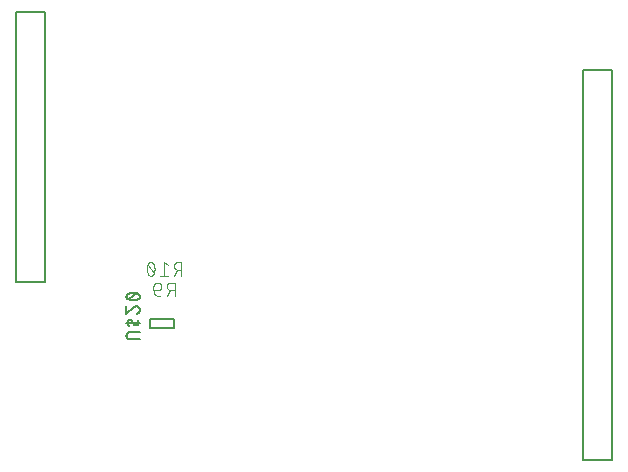
<source format=gbr>
G04 EAGLE Gerber RS-274X export*
G75*
%MOMM*%
%FSLAX34Y34*%
%LPD*%
%INSilkscreen Bottom*%
%IPPOS*%
%AMOC8*
5,1,8,0,0,1.08239X$1,22.5*%
G01*
%ADD10C,0.127000*%
%ADD11C,0.101600*%


D10*
X281623Y377058D02*
X301623Y377058D01*
X301623Y384058D01*
X281623Y384058D01*
X281623Y377058D01*
X272700Y367088D02*
X264445Y367088D01*
X264334Y367090D01*
X264224Y367096D01*
X264113Y367105D01*
X264003Y367119D01*
X263894Y367136D01*
X263785Y367157D01*
X263677Y367182D01*
X263570Y367211D01*
X263464Y367243D01*
X263359Y367279D01*
X263256Y367319D01*
X263154Y367362D01*
X263053Y367409D01*
X262954Y367460D01*
X262858Y367513D01*
X262763Y367570D01*
X262670Y367631D01*
X262579Y367694D01*
X262490Y367761D01*
X262404Y367831D01*
X262321Y367904D01*
X262239Y367979D01*
X262161Y368057D01*
X262086Y368139D01*
X262013Y368222D01*
X261943Y368308D01*
X261876Y368397D01*
X261813Y368488D01*
X261752Y368581D01*
X261695Y368676D01*
X261642Y368772D01*
X261591Y368871D01*
X261544Y368972D01*
X261501Y369074D01*
X261461Y369177D01*
X261425Y369282D01*
X261393Y369388D01*
X261364Y369495D01*
X261339Y369603D01*
X261318Y369712D01*
X261301Y369821D01*
X261287Y369931D01*
X261278Y370042D01*
X261272Y370152D01*
X261270Y370263D01*
X261272Y370374D01*
X261278Y370484D01*
X261287Y370595D01*
X261301Y370705D01*
X261318Y370814D01*
X261339Y370923D01*
X261364Y371031D01*
X261393Y371138D01*
X261425Y371244D01*
X261461Y371349D01*
X261501Y371452D01*
X261544Y371554D01*
X261591Y371655D01*
X261642Y371754D01*
X261695Y371851D01*
X261752Y371945D01*
X261813Y372038D01*
X261876Y372129D01*
X261943Y372218D01*
X262013Y372304D01*
X262086Y372387D01*
X262161Y372469D01*
X262239Y372547D01*
X262321Y372622D01*
X262404Y372695D01*
X262490Y372765D01*
X262579Y372832D01*
X262670Y372895D01*
X262763Y372956D01*
X262858Y373013D01*
X262954Y373066D01*
X263053Y373117D01*
X263154Y373164D01*
X263256Y373207D01*
X263359Y373247D01*
X263464Y373283D01*
X263570Y373315D01*
X263677Y373344D01*
X263785Y373369D01*
X263894Y373390D01*
X264003Y373407D01*
X264113Y373421D01*
X264224Y373430D01*
X264334Y373436D01*
X264445Y373438D01*
X272700Y373438D01*
X272700Y381312D02*
X261270Y381312D01*
X266985Y381312D02*
X267938Y379725D01*
X267937Y379725D02*
X267984Y379652D01*
X268033Y379581D01*
X268086Y379512D01*
X268142Y379446D01*
X268201Y379382D01*
X268262Y379321D01*
X268326Y379263D01*
X268393Y379208D01*
X268463Y379156D01*
X268534Y379108D01*
X268608Y379062D01*
X268684Y379020D01*
X268762Y378982D01*
X268841Y378947D01*
X268922Y378916D01*
X269004Y378889D01*
X269087Y378865D01*
X269172Y378845D01*
X269257Y378829D01*
X269343Y378817D01*
X269429Y378809D01*
X269515Y378805D01*
X269602Y378804D01*
X269689Y378808D01*
X269775Y378816D01*
X269861Y378827D01*
X269946Y378843D01*
X270030Y378862D01*
X270114Y378885D01*
X270196Y378912D01*
X270277Y378943D01*
X270357Y378978D01*
X270434Y379015D01*
X270510Y379057D01*
X270585Y379102D01*
X270656Y379150D01*
X270726Y379202D01*
X270793Y379256D01*
X270858Y379314D01*
X270920Y379374D01*
X270979Y379438D01*
X271035Y379504D01*
X271089Y379572D01*
X271138Y379643D01*
X271185Y379716D01*
X271228Y379791D01*
X271268Y379868D01*
X271304Y379946D01*
X271337Y380027D01*
X271366Y380108D01*
X271391Y380191D01*
X271413Y380275D01*
X271430Y380360D01*
X271453Y380497D01*
X271473Y380636D01*
X271488Y380774D01*
X271500Y380913D01*
X271508Y381053D01*
X271511Y381192D01*
X271512Y381332D01*
X271508Y381471D01*
X271500Y381610D01*
X271489Y381749D01*
X271473Y381888D01*
X271454Y382026D01*
X271431Y382164D01*
X271404Y382301D01*
X271373Y382437D01*
X271339Y382572D01*
X271301Y382706D01*
X271259Y382840D01*
X271213Y382971D01*
X271164Y383102D01*
X271111Y383231D01*
X271055Y383359D01*
X270995Y383485D01*
X270932Y383609D01*
X270865Y383732D01*
X270795Y383852D01*
X266985Y381312D02*
X266033Y382900D01*
X265986Y382973D01*
X265937Y383044D01*
X265884Y383113D01*
X265828Y383179D01*
X265769Y383243D01*
X265708Y383304D01*
X265644Y383362D01*
X265577Y383417D01*
X265507Y383469D01*
X265436Y383517D01*
X265362Y383563D01*
X265286Y383605D01*
X265208Y383643D01*
X265129Y383678D01*
X265048Y383709D01*
X264966Y383736D01*
X264883Y383760D01*
X264798Y383780D01*
X264713Y383796D01*
X264627Y383808D01*
X264541Y383816D01*
X264455Y383820D01*
X264368Y383821D01*
X264281Y383817D01*
X264195Y383809D01*
X264109Y383798D01*
X264024Y383782D01*
X263940Y383763D01*
X263856Y383740D01*
X263774Y383713D01*
X263693Y383682D01*
X263613Y383647D01*
X263536Y383610D01*
X263460Y383568D01*
X263385Y383523D01*
X263314Y383475D01*
X263244Y383423D01*
X263177Y383369D01*
X263112Y383311D01*
X263050Y383251D01*
X262991Y383187D01*
X262935Y383121D01*
X262881Y383053D01*
X262832Y382982D01*
X262785Y382909D01*
X262742Y382834D01*
X262702Y382757D01*
X262666Y382679D01*
X262633Y382598D01*
X262604Y382517D01*
X262579Y382434D01*
X262557Y382350D01*
X262540Y382265D01*
X262540Y382264D02*
X262517Y382127D01*
X262497Y381988D01*
X262482Y381850D01*
X262470Y381711D01*
X262462Y381571D01*
X262459Y381432D01*
X262458Y381292D01*
X262462Y381153D01*
X262470Y381014D01*
X262481Y380875D01*
X262497Y380736D01*
X262516Y380598D01*
X262539Y380460D01*
X262566Y380323D01*
X262597Y380187D01*
X262631Y380052D01*
X262669Y379918D01*
X262711Y379784D01*
X262757Y379653D01*
X262806Y379522D01*
X262859Y379393D01*
X262915Y379265D01*
X262975Y379139D01*
X263038Y379015D01*
X263105Y378892D01*
X263175Y378772D01*
X272701Y392298D02*
X272699Y392402D01*
X272693Y392507D01*
X272684Y392611D01*
X272671Y392714D01*
X272653Y392817D01*
X272633Y392919D01*
X272608Y393021D01*
X272580Y393121D01*
X272548Y393221D01*
X272512Y393319D01*
X272473Y393416D01*
X272431Y393511D01*
X272385Y393605D01*
X272335Y393697D01*
X272283Y393787D01*
X272227Y393875D01*
X272167Y393961D01*
X272105Y394045D01*
X272040Y394126D01*
X271972Y394205D01*
X271900Y394282D01*
X271827Y394355D01*
X271750Y394427D01*
X271671Y394495D01*
X271590Y394560D01*
X271506Y394622D01*
X271420Y394682D01*
X271332Y394738D01*
X271242Y394790D01*
X271150Y394840D01*
X271056Y394886D01*
X270961Y394928D01*
X270864Y394967D01*
X270766Y395003D01*
X270666Y395035D01*
X270566Y395063D01*
X270464Y395088D01*
X270362Y395108D01*
X270259Y395126D01*
X270156Y395139D01*
X270052Y395148D01*
X269947Y395154D01*
X269843Y395156D01*
X272700Y392298D02*
X272698Y392180D01*
X272692Y392061D01*
X272683Y391943D01*
X272670Y391826D01*
X272652Y391709D01*
X272632Y391592D01*
X272607Y391476D01*
X272579Y391361D01*
X272546Y391248D01*
X272511Y391135D01*
X272471Y391023D01*
X272429Y390913D01*
X272382Y390804D01*
X272332Y390696D01*
X272279Y390591D01*
X272222Y390487D01*
X272162Y390385D01*
X272099Y390285D01*
X272032Y390187D01*
X271963Y390091D01*
X271890Y389998D01*
X271814Y389907D01*
X271736Y389818D01*
X271654Y389732D01*
X271570Y389649D01*
X271484Y389568D01*
X271394Y389491D01*
X271303Y389416D01*
X271209Y389344D01*
X271112Y389275D01*
X271014Y389210D01*
X270913Y389147D01*
X270810Y389088D01*
X270706Y389032D01*
X270600Y388980D01*
X270492Y388931D01*
X270383Y388886D01*
X270272Y388844D01*
X270160Y388806D01*
X267621Y394203D02*
X267696Y394279D01*
X267775Y394354D01*
X267856Y394425D01*
X267940Y394494D01*
X268026Y394559D01*
X268114Y394621D01*
X268204Y394681D01*
X268296Y394737D01*
X268391Y394790D01*
X268487Y394839D01*
X268585Y394885D01*
X268684Y394928D01*
X268785Y394967D01*
X268887Y395002D01*
X268990Y395034D01*
X269094Y395062D01*
X269199Y395087D01*
X269306Y395108D01*
X269412Y395125D01*
X269519Y395138D01*
X269627Y395147D01*
X269735Y395153D01*
X269843Y395155D01*
X267620Y394203D02*
X261270Y388805D01*
X261270Y395155D01*
X266985Y400235D02*
X267210Y400238D01*
X267435Y400246D01*
X267659Y400259D01*
X267883Y400278D01*
X268107Y400302D01*
X268330Y400331D01*
X268552Y400366D01*
X268773Y400406D01*
X268993Y400452D01*
X269212Y400502D01*
X269430Y400558D01*
X269647Y400619D01*
X269862Y400685D01*
X270075Y400756D01*
X270286Y400833D01*
X270496Y400914D01*
X270704Y401000D01*
X270909Y401091D01*
X271112Y401187D01*
X271113Y401187D02*
X271201Y401219D01*
X271288Y401255D01*
X271374Y401294D01*
X271458Y401337D01*
X271540Y401383D01*
X271620Y401432D01*
X271698Y401484D01*
X271774Y401540D01*
X271848Y401598D01*
X271919Y401660D01*
X271988Y401724D01*
X272054Y401791D01*
X272117Y401860D01*
X272178Y401932D01*
X272236Y402006D01*
X272290Y402083D01*
X272342Y402161D01*
X272390Y402242D01*
X272435Y402324D01*
X272477Y402409D01*
X272515Y402495D01*
X272550Y402582D01*
X272582Y402670D01*
X272609Y402760D01*
X272634Y402851D01*
X272654Y402943D01*
X272671Y403035D01*
X272684Y403129D01*
X272693Y403222D01*
X272699Y403316D01*
X272701Y403410D01*
X272699Y403504D01*
X272693Y403598D01*
X272684Y403691D01*
X272671Y403785D01*
X272654Y403877D01*
X272634Y403969D01*
X272609Y404060D01*
X272582Y404150D01*
X272550Y404238D01*
X272515Y404325D01*
X272477Y404411D01*
X272435Y404496D01*
X272390Y404578D01*
X272342Y404659D01*
X272290Y404737D01*
X272236Y404814D01*
X272178Y404888D01*
X272117Y404960D01*
X272054Y405029D01*
X271988Y405096D01*
X271919Y405160D01*
X271848Y405222D01*
X271774Y405280D01*
X271698Y405336D01*
X271620Y405388D01*
X271540Y405437D01*
X271458Y405483D01*
X271374Y405526D01*
X271288Y405565D01*
X271201Y405601D01*
X271113Y405633D01*
X271112Y405633D02*
X270909Y405729D01*
X270704Y405820D01*
X270496Y405906D01*
X270286Y405987D01*
X270075Y406064D01*
X269862Y406135D01*
X269647Y406201D01*
X269430Y406262D01*
X269212Y406318D01*
X268993Y406368D01*
X268773Y406414D01*
X268552Y406454D01*
X268330Y406489D01*
X268107Y406518D01*
X267883Y406542D01*
X267659Y406561D01*
X267435Y406574D01*
X267210Y406582D01*
X266985Y406585D01*
X266985Y400235D02*
X266760Y400238D01*
X266535Y400246D01*
X266311Y400259D01*
X266087Y400278D01*
X265863Y400302D01*
X265640Y400331D01*
X265418Y400366D01*
X265197Y400406D01*
X264977Y400452D01*
X264758Y400502D01*
X264540Y400558D01*
X264323Y400619D01*
X264108Y400685D01*
X263895Y400756D01*
X263684Y400833D01*
X263474Y400914D01*
X263266Y401000D01*
X263061Y401091D01*
X262858Y401187D01*
X262770Y401219D01*
X262683Y401255D01*
X262597Y401294D01*
X262513Y401337D01*
X262431Y401383D01*
X262351Y401432D01*
X262273Y401484D01*
X262197Y401540D01*
X262123Y401598D01*
X262052Y401660D01*
X261983Y401724D01*
X261917Y401791D01*
X261854Y401860D01*
X261793Y401932D01*
X261735Y402006D01*
X261681Y402083D01*
X261629Y402161D01*
X261581Y402242D01*
X261536Y402324D01*
X261494Y402409D01*
X261456Y402495D01*
X261421Y402582D01*
X261389Y402670D01*
X261362Y402760D01*
X261337Y402851D01*
X261317Y402943D01*
X261300Y403035D01*
X261287Y403129D01*
X261278Y403222D01*
X261272Y403316D01*
X261270Y403410D01*
X262858Y405633D02*
X263061Y405729D01*
X263266Y405820D01*
X263474Y405906D01*
X263684Y405987D01*
X263895Y406064D01*
X264108Y406135D01*
X264323Y406201D01*
X264540Y406262D01*
X264758Y406318D01*
X264977Y406368D01*
X265197Y406414D01*
X265418Y406454D01*
X265640Y406489D01*
X265863Y406518D01*
X266087Y406542D01*
X266311Y406561D01*
X266535Y406574D01*
X266760Y406582D01*
X266985Y406585D01*
X262858Y405633D02*
X262770Y405601D01*
X262683Y405565D01*
X262597Y405526D01*
X262513Y405483D01*
X262431Y405437D01*
X262351Y405388D01*
X262273Y405336D01*
X262197Y405280D01*
X262123Y405222D01*
X262052Y405160D01*
X261983Y405096D01*
X261917Y405029D01*
X261854Y404960D01*
X261793Y404888D01*
X261735Y404814D01*
X261681Y404737D01*
X261629Y404659D01*
X261581Y404578D01*
X261536Y404496D01*
X261494Y404411D01*
X261456Y404325D01*
X261421Y404238D01*
X261389Y404150D01*
X261362Y404060D01*
X261337Y403969D01*
X261317Y403877D01*
X261300Y403785D01*
X261287Y403691D01*
X261278Y403598D01*
X261272Y403504D01*
X261270Y403410D01*
X263810Y400870D02*
X270160Y405950D01*
D11*
X302005Y403458D02*
X302005Y415142D01*
X298760Y415142D01*
X298647Y415140D01*
X298534Y415134D01*
X298421Y415124D01*
X298308Y415110D01*
X298196Y415093D01*
X298085Y415071D01*
X297975Y415046D01*
X297865Y415016D01*
X297757Y414983D01*
X297650Y414946D01*
X297544Y414906D01*
X297440Y414861D01*
X297337Y414813D01*
X297236Y414762D01*
X297137Y414707D01*
X297040Y414649D01*
X296945Y414587D01*
X296852Y414522D01*
X296762Y414454D01*
X296674Y414383D01*
X296588Y414308D01*
X296505Y414231D01*
X296425Y414151D01*
X296348Y414068D01*
X296273Y413982D01*
X296202Y413894D01*
X296134Y413804D01*
X296069Y413711D01*
X296007Y413616D01*
X295949Y413519D01*
X295894Y413420D01*
X295843Y413319D01*
X295795Y413216D01*
X295750Y413112D01*
X295710Y413006D01*
X295673Y412899D01*
X295640Y412791D01*
X295610Y412681D01*
X295585Y412571D01*
X295563Y412460D01*
X295546Y412348D01*
X295532Y412235D01*
X295522Y412122D01*
X295516Y412009D01*
X295514Y411896D01*
X295516Y411783D01*
X295522Y411670D01*
X295532Y411557D01*
X295546Y411444D01*
X295563Y411332D01*
X295585Y411221D01*
X295610Y411111D01*
X295640Y411001D01*
X295673Y410893D01*
X295710Y410786D01*
X295750Y410680D01*
X295795Y410576D01*
X295843Y410473D01*
X295894Y410372D01*
X295949Y410273D01*
X296007Y410176D01*
X296069Y410081D01*
X296134Y409988D01*
X296202Y409898D01*
X296273Y409810D01*
X296348Y409724D01*
X296425Y409641D01*
X296505Y409561D01*
X296588Y409484D01*
X296674Y409409D01*
X296762Y409338D01*
X296852Y409270D01*
X296945Y409205D01*
X297040Y409143D01*
X297137Y409085D01*
X297236Y409030D01*
X297337Y408979D01*
X297440Y408931D01*
X297544Y408886D01*
X297650Y408846D01*
X297757Y408809D01*
X297865Y408776D01*
X297975Y408746D01*
X298085Y408721D01*
X298196Y408699D01*
X298308Y408682D01*
X298421Y408668D01*
X298534Y408658D01*
X298647Y408652D01*
X298760Y408650D01*
X298760Y408651D02*
X302005Y408651D01*
X298111Y408651D02*
X295514Y403458D01*
X288053Y408651D02*
X284158Y408651D01*
X288053Y408651D02*
X288152Y408653D01*
X288252Y408659D01*
X288351Y408668D01*
X288449Y408681D01*
X288547Y408698D01*
X288645Y408719D01*
X288741Y408744D01*
X288836Y408772D01*
X288930Y408804D01*
X289023Y408839D01*
X289115Y408878D01*
X289205Y408921D01*
X289293Y408966D01*
X289380Y409016D01*
X289464Y409068D01*
X289547Y409124D01*
X289627Y409182D01*
X289705Y409244D01*
X289780Y409309D01*
X289853Y409377D01*
X289923Y409447D01*
X289991Y409520D01*
X290056Y409595D01*
X290118Y409673D01*
X290176Y409753D01*
X290232Y409836D01*
X290284Y409920D01*
X290334Y410007D01*
X290379Y410095D01*
X290422Y410185D01*
X290461Y410277D01*
X290496Y410370D01*
X290528Y410464D01*
X290556Y410559D01*
X290581Y410655D01*
X290602Y410753D01*
X290619Y410851D01*
X290632Y410949D01*
X290641Y411048D01*
X290647Y411148D01*
X290649Y411247D01*
X290649Y411896D01*
X290650Y411896D02*
X290648Y412009D01*
X290642Y412122D01*
X290632Y412235D01*
X290618Y412348D01*
X290601Y412460D01*
X290579Y412571D01*
X290554Y412681D01*
X290524Y412791D01*
X290491Y412899D01*
X290454Y413006D01*
X290414Y413112D01*
X290369Y413216D01*
X290321Y413319D01*
X290270Y413420D01*
X290215Y413519D01*
X290157Y413616D01*
X290095Y413711D01*
X290030Y413804D01*
X289962Y413894D01*
X289891Y413982D01*
X289816Y414068D01*
X289739Y414151D01*
X289659Y414231D01*
X289576Y414308D01*
X289490Y414383D01*
X289402Y414454D01*
X289312Y414522D01*
X289219Y414587D01*
X289124Y414649D01*
X289027Y414707D01*
X288928Y414762D01*
X288827Y414813D01*
X288724Y414861D01*
X288620Y414906D01*
X288514Y414946D01*
X288407Y414983D01*
X288299Y415016D01*
X288189Y415046D01*
X288079Y415071D01*
X287968Y415093D01*
X287856Y415110D01*
X287743Y415124D01*
X287630Y415134D01*
X287517Y415140D01*
X287404Y415142D01*
X287291Y415140D01*
X287178Y415134D01*
X287065Y415124D01*
X286952Y415110D01*
X286840Y415093D01*
X286729Y415071D01*
X286619Y415046D01*
X286509Y415016D01*
X286401Y414983D01*
X286294Y414946D01*
X286188Y414906D01*
X286084Y414861D01*
X285981Y414813D01*
X285880Y414762D01*
X285781Y414707D01*
X285684Y414649D01*
X285589Y414587D01*
X285496Y414522D01*
X285406Y414454D01*
X285318Y414383D01*
X285232Y414308D01*
X285149Y414231D01*
X285069Y414151D01*
X284992Y414068D01*
X284917Y413982D01*
X284846Y413894D01*
X284778Y413804D01*
X284713Y413711D01*
X284651Y413616D01*
X284593Y413519D01*
X284538Y413420D01*
X284487Y413319D01*
X284439Y413216D01*
X284394Y413112D01*
X284354Y413006D01*
X284317Y412899D01*
X284284Y412791D01*
X284254Y412681D01*
X284229Y412571D01*
X284207Y412460D01*
X284190Y412348D01*
X284176Y412235D01*
X284166Y412122D01*
X284160Y412009D01*
X284158Y411896D01*
X284158Y408651D01*
X284160Y408508D01*
X284166Y408365D01*
X284176Y408222D01*
X284190Y408080D01*
X284207Y407938D01*
X284229Y407796D01*
X284254Y407655D01*
X284284Y407515D01*
X284317Y407376D01*
X284354Y407238D01*
X284395Y407101D01*
X284439Y406965D01*
X284488Y406830D01*
X284540Y406697D01*
X284595Y406565D01*
X284655Y406435D01*
X284718Y406306D01*
X284784Y406179D01*
X284854Y406055D01*
X284927Y405932D01*
X285004Y405811D01*
X285084Y405692D01*
X285167Y405576D01*
X285253Y405461D01*
X285342Y405350D01*
X285435Y405240D01*
X285530Y405134D01*
X285629Y405030D01*
X285730Y404929D01*
X285834Y404830D01*
X285940Y404735D01*
X286050Y404642D01*
X286161Y404553D01*
X286276Y404467D01*
X286392Y404384D01*
X286511Y404304D01*
X286632Y404227D01*
X286754Y404154D01*
X286879Y404084D01*
X287006Y404018D01*
X287135Y403955D01*
X287265Y403895D01*
X287397Y403840D01*
X287530Y403788D01*
X287665Y403739D01*
X287801Y403695D01*
X287938Y403654D01*
X288076Y403617D01*
X288215Y403584D01*
X288355Y403554D01*
X288496Y403529D01*
X288638Y403507D01*
X288780Y403490D01*
X288922Y403476D01*
X289065Y403466D01*
X289208Y403460D01*
X289351Y403458D01*
X307842Y420858D02*
X307842Y432542D01*
X304596Y432542D01*
X304483Y432540D01*
X304370Y432534D01*
X304257Y432524D01*
X304144Y432510D01*
X304032Y432493D01*
X303921Y432471D01*
X303811Y432446D01*
X303701Y432416D01*
X303593Y432383D01*
X303486Y432346D01*
X303380Y432306D01*
X303276Y432261D01*
X303173Y432213D01*
X303072Y432162D01*
X302973Y432107D01*
X302876Y432049D01*
X302781Y431987D01*
X302688Y431922D01*
X302598Y431854D01*
X302510Y431783D01*
X302424Y431708D01*
X302341Y431631D01*
X302261Y431551D01*
X302184Y431468D01*
X302109Y431382D01*
X302038Y431294D01*
X301970Y431204D01*
X301905Y431111D01*
X301843Y431016D01*
X301785Y430919D01*
X301730Y430820D01*
X301679Y430719D01*
X301631Y430616D01*
X301586Y430512D01*
X301546Y430406D01*
X301509Y430299D01*
X301476Y430191D01*
X301446Y430081D01*
X301421Y429971D01*
X301399Y429860D01*
X301382Y429748D01*
X301368Y429635D01*
X301358Y429522D01*
X301352Y429409D01*
X301350Y429296D01*
X301352Y429183D01*
X301358Y429070D01*
X301368Y428957D01*
X301382Y428844D01*
X301399Y428732D01*
X301421Y428621D01*
X301446Y428511D01*
X301476Y428401D01*
X301509Y428293D01*
X301546Y428186D01*
X301586Y428080D01*
X301631Y427976D01*
X301679Y427873D01*
X301730Y427772D01*
X301785Y427673D01*
X301843Y427576D01*
X301905Y427481D01*
X301970Y427388D01*
X302038Y427298D01*
X302109Y427210D01*
X302184Y427124D01*
X302261Y427041D01*
X302341Y426961D01*
X302424Y426884D01*
X302510Y426809D01*
X302598Y426738D01*
X302688Y426670D01*
X302781Y426605D01*
X302876Y426543D01*
X302973Y426485D01*
X303072Y426430D01*
X303173Y426379D01*
X303276Y426331D01*
X303380Y426286D01*
X303486Y426246D01*
X303593Y426209D01*
X303701Y426176D01*
X303811Y426146D01*
X303921Y426121D01*
X304032Y426099D01*
X304144Y426082D01*
X304257Y426068D01*
X304370Y426058D01*
X304483Y426052D01*
X304596Y426050D01*
X304596Y426051D02*
X307842Y426051D01*
X303947Y426051D02*
X301351Y420858D01*
X296486Y429946D02*
X293240Y432542D01*
X293240Y420858D01*
X289995Y420858D02*
X296486Y420858D01*
X285056Y426700D02*
X285053Y426930D01*
X285045Y427160D01*
X285031Y427389D01*
X285012Y427618D01*
X284987Y427847D01*
X284957Y428075D01*
X284922Y428302D01*
X284881Y428528D01*
X284835Y428753D01*
X284783Y428977D01*
X284726Y429200D01*
X284664Y429421D01*
X284596Y429641D01*
X284523Y429859D01*
X284445Y430075D01*
X284362Y430289D01*
X284274Y430502D01*
X284181Y430712D01*
X284082Y430919D01*
X284049Y431009D01*
X284013Y431098D01*
X283973Y431186D01*
X283929Y431271D01*
X283882Y431355D01*
X283832Y431437D01*
X283778Y431517D01*
X283722Y431594D01*
X283662Y431670D01*
X283599Y431743D01*
X283534Y431813D01*
X283465Y431881D01*
X283394Y431945D01*
X283321Y432007D01*
X283245Y432066D01*
X283167Y432122D01*
X283086Y432175D01*
X283004Y432224D01*
X282920Y432270D01*
X282833Y432313D01*
X282746Y432352D01*
X282656Y432388D01*
X282566Y432420D01*
X282474Y432448D01*
X282381Y432473D01*
X282287Y432494D01*
X282193Y432511D01*
X282098Y432525D01*
X282002Y432534D01*
X281906Y432540D01*
X281810Y432542D01*
X281714Y432540D01*
X281618Y432534D01*
X281522Y432525D01*
X281427Y432511D01*
X281333Y432494D01*
X281239Y432473D01*
X281146Y432448D01*
X281054Y432420D01*
X280964Y432388D01*
X280874Y432352D01*
X280787Y432313D01*
X280700Y432270D01*
X280616Y432224D01*
X280534Y432175D01*
X280453Y432122D01*
X280375Y432066D01*
X280299Y432007D01*
X280226Y431945D01*
X280155Y431881D01*
X280086Y431813D01*
X280021Y431743D01*
X279958Y431670D01*
X279898Y431595D01*
X279842Y431517D01*
X279788Y431437D01*
X279738Y431355D01*
X279691Y431271D01*
X279648Y431186D01*
X279607Y431098D01*
X279571Y431009D01*
X279538Y430919D01*
X279539Y430919D02*
X279440Y430711D01*
X279347Y430501D01*
X279259Y430289D01*
X279176Y430075D01*
X279098Y429858D01*
X279025Y429640D01*
X278957Y429421D01*
X278895Y429199D01*
X278838Y428977D01*
X278786Y428753D01*
X278740Y428528D01*
X278699Y428302D01*
X278664Y428074D01*
X278634Y427847D01*
X278609Y427618D01*
X278590Y427389D01*
X278576Y427160D01*
X278568Y426930D01*
X278565Y426700D01*
X285056Y426700D02*
X285053Y426470D01*
X285045Y426240D01*
X285031Y426011D01*
X285012Y425782D01*
X284987Y425553D01*
X284957Y425325D01*
X284922Y425098D01*
X284881Y424872D01*
X284835Y424647D01*
X284783Y424423D01*
X284726Y424200D01*
X284664Y423979D01*
X284596Y423759D01*
X284523Y423541D01*
X284445Y423325D01*
X284362Y423111D01*
X284274Y422899D01*
X284181Y422688D01*
X284082Y422481D01*
X284049Y422391D01*
X284013Y422302D01*
X283972Y422214D01*
X283929Y422129D01*
X283882Y422045D01*
X283832Y421963D01*
X283778Y421883D01*
X283722Y421806D01*
X283662Y421730D01*
X283599Y421657D01*
X283534Y421587D01*
X283465Y421519D01*
X283394Y421455D01*
X283321Y421393D01*
X283245Y421334D01*
X283167Y421278D01*
X283086Y421225D01*
X283004Y421176D01*
X282920Y421130D01*
X282833Y421087D01*
X282746Y421048D01*
X282656Y421012D01*
X282566Y420980D01*
X282474Y420952D01*
X282381Y420927D01*
X282287Y420906D01*
X282193Y420889D01*
X282098Y420875D01*
X282002Y420866D01*
X281906Y420860D01*
X281810Y420858D01*
X279538Y422481D02*
X279439Y422688D01*
X279346Y422899D01*
X279258Y423111D01*
X279175Y423325D01*
X279097Y423541D01*
X279024Y423759D01*
X278956Y423979D01*
X278894Y424200D01*
X278837Y424423D01*
X278785Y424647D01*
X278739Y424872D01*
X278698Y425098D01*
X278663Y425325D01*
X278633Y425553D01*
X278608Y425782D01*
X278589Y426011D01*
X278575Y426240D01*
X278567Y426470D01*
X278564Y426700D01*
X279538Y422481D02*
X279571Y422391D01*
X279607Y422302D01*
X279648Y422214D01*
X279691Y422129D01*
X279738Y422045D01*
X279788Y421963D01*
X279842Y421883D01*
X279898Y421805D01*
X279958Y421730D01*
X280021Y421657D01*
X280086Y421587D01*
X280155Y421519D01*
X280226Y421455D01*
X280299Y421393D01*
X280375Y421334D01*
X280453Y421278D01*
X280534Y421225D01*
X280616Y421176D01*
X280700Y421130D01*
X280787Y421087D01*
X280874Y421048D01*
X280964Y421012D01*
X281054Y420980D01*
X281146Y420952D01*
X281239Y420927D01*
X281333Y420906D01*
X281427Y420889D01*
X281522Y420875D01*
X281618Y420866D01*
X281714Y420860D01*
X281810Y420858D01*
X284407Y423454D02*
X279214Y429946D01*
D10*
X647500Y264900D02*
X672500Y264900D01*
X672500Y595100D02*
X647500Y595100D01*
X647500Y264900D01*
X672500Y264900D02*
X672500Y595100D01*
X192500Y644300D02*
X192500Y415700D01*
X167500Y415700D02*
X167500Y644300D01*
X192500Y644300D01*
X192500Y415700D02*
X167500Y415700D01*
M02*

</source>
